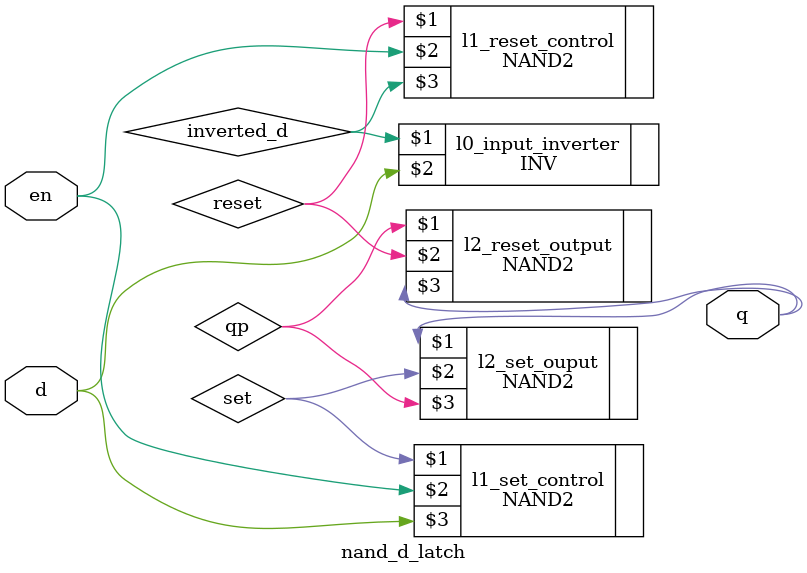
<source format=sv>
module nand_d_latch (q, en, d);
    input en, d;
    output q;

    wire inverted_d, qp, set, reset;
    
    INV l0_input_inverter(inverted_d, d);

    NAND2 l1_set_control(set, en, d) ;
    NAND2 l1_reset_control(reset, en, inverted_d) ;
    
    NAND2 l2_reset_output(qp, reset, q);
    NAND2 l2_set_ouput(q, set, qp);
endmodule
</source>
